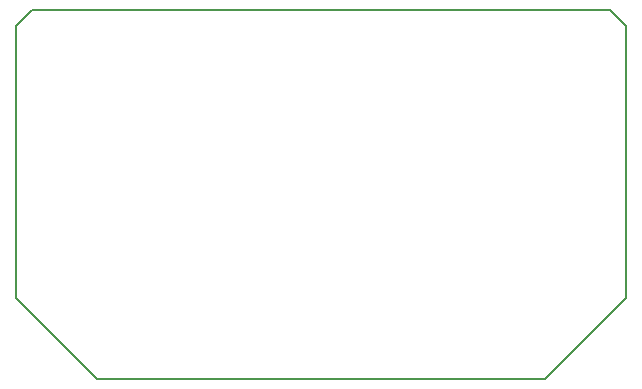
<source format=gbr>
G04 #@! TF.GenerationSoftware,KiCad,Pcbnew,5.1.10-88a1d61d58~88~ubuntu18.04.1*
G04 #@! TF.CreationDate,2021-09-30T23:52:24+02:00*
G04 #@! TF.ProjectId,adapt_prog_eprom-fat,61646170-745f-4707-926f-675f6570726f,rev?*
G04 #@! TF.SameCoordinates,Original*
G04 #@! TF.FileFunction,Profile,NP*
%FSLAX46Y46*%
G04 Gerber Fmt 4.6, Leading zero omitted, Abs format (unit mm)*
G04 Created by KiCad (PCBNEW 5.1.10-88a1d61d58~88~ubuntu18.04.1) date 2021-09-30 23:52:24*
%MOMM*%
%LPD*%
G01*
G04 APERTURE LIST*
G04 #@! TA.AperFunction,Profile*
%ADD10C,0.150000*%
G04 #@! TD*
G04 APERTURE END LIST*
D10*
X149300000Y-12890000D02*
X147940000Y-11530000D01*
X97670000Y-12880000D02*
X99020000Y-11530000D01*
X104500000Y-42780000D02*
X97670000Y-35950000D01*
X142470000Y-42780000D02*
X104500000Y-42780000D01*
X149300000Y-12890000D02*
X149300000Y-35950000D01*
X99020000Y-11530000D02*
X147940000Y-11530000D01*
X97670000Y-35950000D02*
X97670000Y-12880000D01*
X149300000Y-35950000D02*
X142470000Y-42780000D01*
M02*

</source>
